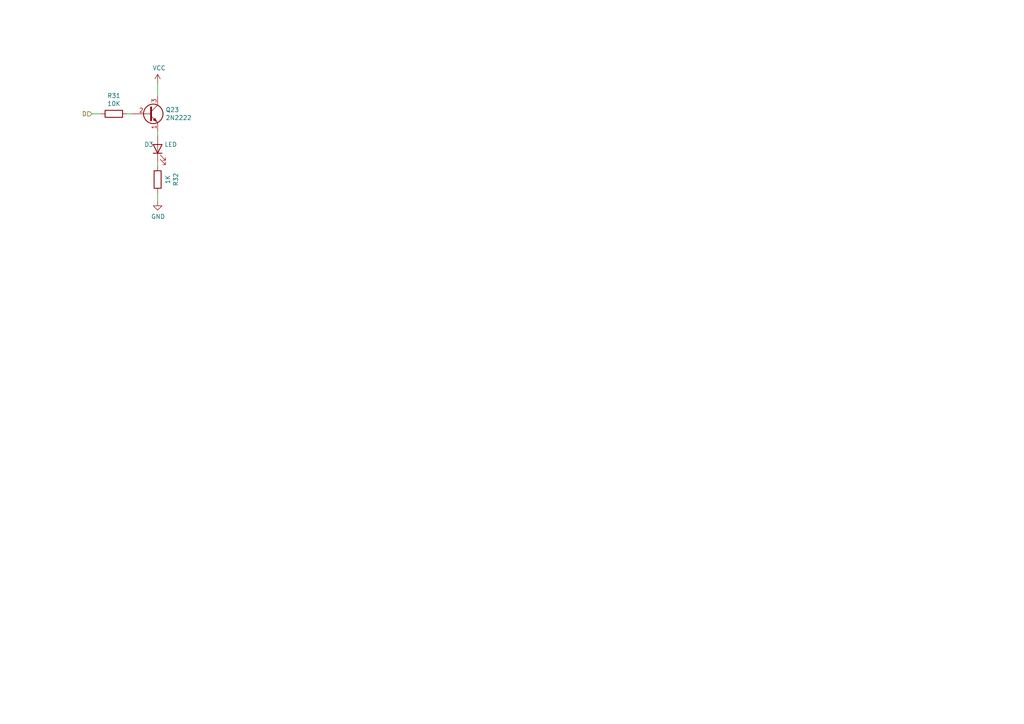
<source format=kicad_sch>
(kicad_sch (version 20230121) (generator eeschema)
  (paper "A4")
  (lib_symbols
    (symbol "2n2222:2N2222" (pin_names (offset 0) hide)
      (property "Reference" "Q" (at 5.08 1.905 0))
      (property "Value" "2N2222" (at 5.08 0 0))
      (symbol "2N2222_0_1"
        (polyline (pts (xy 0.635 0.635) (xy 2.54 2.54)))
        (polyline (pts (xy 0.635 -0.635) (xy 2.54 -2.54) (xy 2.54 -2.54)))
        (polyline (pts (xy 0.635 1.905) (xy 0.635 -1.905) (xy 0.635 -1.905)) (stroke (width 0.508)))
        (polyline (pts (xy 1.27 -1.778) (xy 1.778 -1.27) (xy 2.286 -2.286) (xy 1.27 -1.778) (xy 1.27 -1.778)) (fill (type outline)))
        (circle (center 1.27 0) (radius 2.8194) (stroke (width 0.254)))
      )
      (symbol "2N2222_1_1"
        (pin passive line (at 2.54 -5.08 90) (length 2.54) (name "E") (number "1"))
        (pin passive line (at -5.08 0 0) (length 5.715) (name "B") (number "2"))
        (pin passive line (at 2.54 5.08 270) (length 2.54) (name "C") (number "3"))
      )
    )
    (symbol "Device:LED" (pin_numbers hide) (pin_names (offset 1.016) hide)
      (property "Reference" "D" (at 0 2.54 0))
      (property "Value" "LED" (at 0 -2.54 0))
      (symbol "LED_0_1"
        (polyline (pts (xy -1.27 -1.27) (xy -1.27 1.27)) (stroke (width 0.254)))
        (polyline (pts (xy -1.27 0) (xy 1.27 0)))
        (polyline (pts (xy 1.27 -1.27) (xy 1.27 1.27) (xy -1.27 0) (xy 1.27 -1.27)) (stroke (width 0.254)))
        (polyline (pts (xy -3.048 -0.762) (xy -4.572 -2.286) (xy -3.81 -2.286) (xy -4.572 -2.286) (xy -4.572 -1.524)))
        (polyline (pts (xy -1.778 -0.762) (xy -3.302 -2.286) (xy -2.54 -2.286) (xy -3.302 -2.286) (xy -3.302 -1.524)))
      )
      (symbol "LED_1_1"
        (pin passive line (at -3.81 0 0) (length 2.54) (name "K") (number "1"))
        (pin passive line (at 3.81 0 180) (length 2.54) (name "A") (number "2"))
      )
    )
    (symbol "Device:R" (pin_numbers hide) (pin_names (offset 0))
      (property "Reference" "R" (at 2.032 0 90))
      (property "Value" "R" (at 0 0 90))
      (symbol "R_0_1"
        (rectangle (start -1.016 -2.54) (end 1.016 2.54) (stroke (width 0.254)))
      )
      (symbol "R_1_1"
        (pin passive line (at 0 3.81 270) (length 1.27) (name "~") (number "1"))
        (pin passive line (at 0 -3.81 90) (length 1.27) (name "~") (number "2"))
      )
    )
    (symbol "power:GND" (power) (pin_names (offset 0))
      (property "Value" "GND" (at 0 -3.81 0))
      (symbol "GND_0_1"
        (polyline (pts (xy 0 0) (xy 0 -1.27) (xy 1.27 -1.27) (xy 0 -2.54) (xy -1.27 -1.27) (xy 0 -1.27)))
      )
      (symbol "GND_1_1"
        (pin power_in line (at 0 0 270) (length 0) hide (name "GND") (number "1"))
      )
    )
    (symbol "power:VCC" (power) (pin_names (offset 0))
      (property "Value" "VCC" (at 0 3.81 0))
      (symbol "VCC_0_1"
        (polyline (pts (xy -0.762 1.27) (xy 0 2.54)))
        (polyline (pts (xy 0 0) (xy 0 2.54)))
        (polyline (pts (xy 0 2.54) (xy 0.762 1.27)))
      )
      (symbol "VCC_1_1"
        (pin power_in line (at 0 0 90) (length 0) hide (name "VCC") (number "1"))
      )
    )
  )
  (wire (pts (xy 29.21 33.02) (xy 26.67 33.02)))
  (wire (pts (xy 45.72 27.94) (xy 45.72 24.13)))
  (wire (pts (xy 45.72 58.42) (xy 45.72 55.88)))
  (wire (pts (xy 45.72 38.1) (xy 45.72 39.37)))
  (wire (pts (xy 45.72 48.26) (xy 45.72 46.99)))
  (wire (pts (xy 38.1 33.02) (xy 36.83 33.02)))
  (hierarchical_label "D" (shape input) (at 26.67 33.02 180))
  (symbol (lib_id "2n2222:2N2222") (at 43.18 33.02 0) (unit 1)
    (property "Reference" "Q23" (at 48.006 31.8516 0) (effects (justify left)))
    (property "Value" "2N2222" (at 48.006 34.163 0) (effects (justify left)))
    (property "Footprint" "Package_TO_SOT_THT:TO-92_Inline" (effects hide))
    (property "Datasheet" "https://www.fairchildsemi.com/datasheets/2N/2N3904.pdf" (effects hide))
  )
  (symbol (lib_id "Device:LED") (at 45.72 43.18 90) (unit 1)
    (property "Reference" "D3" (at 43.18 41.91 90))
    (property "Value" "LED" (at 49.53 41.91 90))
    (property "Footprint" "LED_THT:LED_D5.0mm" (effects hide))
  )
  (symbol (lib_id "Device:R") (at 45.72 52.07 180) (unit 1)
    (property "Reference" "R32" (at 50.9778 52.07 90))
    (property "Value" "1K" (at 48.6664 52.07 90))
    (property "Footprint" "Resistor_THT:R_Axial_DIN0309_L9.0mm_D3.2mm_P12.70mm_Horizontal" (effects hide))
  )
  (symbol (lib_id "power:GND") (at 45.72 58.42 0) (unit 1)
    (property "Reference" "#PWR047" (effects hide))
    (property "Value" "GND" (at 45.847 62.8142 0))
  )
  (symbol (lib_id "power:VCC") (at 45.72 24.13 0) (unit 1)
    (property "Reference" "#PWR046" (effects hide))
    (property "Value" "VCC" (at 46.1518 19.7358 0))
  )
  (symbol (lib_id "Device:R") (at 33.02 33.02 270) (unit 1)
    (property "Reference" "R31" (at 33.02 27.7622 90))
    (property "Value" "10K" (at 33.02 30.0736 90))
    (property "Footprint" "Resistor_THT:R_Axial_DIN0309_L9.0mm_D3.2mm_P12.70mm_Horizontal" (effects hide))
  )
)
</source>
